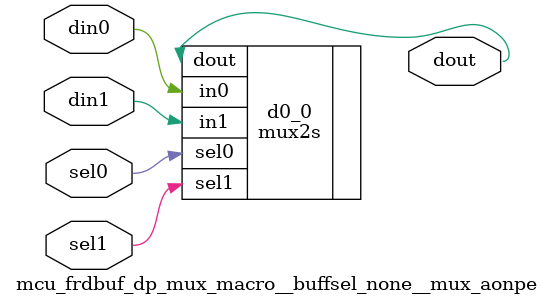
<source format=v>
module mcu_frdbuf_dp (
  frdbuf_data, 
  frdbuf_elect_idle_sync, 
  frdbuf_frame_lock, 
  frdbuf_testfail_sync, 
  fsr_data, 
  fsr_stsrx_sync, 
  fsr_stsrx_losdtct, 
  fsr_stsrx_testfail, 
  fdout_rptr, 
  fdout_frame_lock, 
  fbdic_enable_sync_count, 
  rxbclk, 
  drl2clk, 
  tcu_pce_ov, 
  tcu_aclk, 
  tcu_bclk, 
  tcu_scan_en, 
  tcu_mcu_fbd_clk_stop, 
  tcu_mcu_testmode, 
  tcu_atpg_mode, 
  scan_in, 
  scan_out);
wire pce_ov;
wire stop;
wire siclk;
wire soclk;
wire se;
wire fbd_siclk;
wire fbd_soclk;
wire fbd_se;
wire ff_clk_stop_sync_scanin;
wire ff_clk_stop_sync_scanout;
wire clk_stop_d1;
wire tcu_pce_ov_d1;
wire rxbclk_stop;
wire fbd_pce_ov;
wire rxbclk_stop_l;
wire rxbclk_stop_atpg;
wire rxb_l1clk;
wire rxb_siclk;
wire rxb_soclk;
wire alat10_so;
wire alat11_so;
wire [11:0] latout;
wire alat9_so;
wire alat8_so;
wire alat7_so;
wire alat6_so;
wire alat5_so;
wire alat4_so;
wire alat3_so;
wire alat2_so;
wire alat1_so;
wire alat0_so;
wire alat0_si;
wire [11:0] latout_buf;
wire [3:0] frdbuf_cnt;
wire fsr_stsrx_sync_lat;
wire [3:0] frdbuf_cnt_next;
wire frdbuf_cnt_cout_unused;
wire fsr_stsrx_losdtct_sync_l;
wire frdbuf_enable_sync_count;
wire [3:0] frdbuf_cnt_in;
wire fbd_siclk_out;
wire fbd_soclk_out;
wire l1clk_cnt;
wire [10:0] sout;
wire ff_cnt_scanout;
wire frdbuf_frame_lock_in;
wire [1:0] frdbuf_wptr_in;
wire [1:0] frdbuf_wptr;
wire fsr_stsrx_losdtct_d1;
wire fsr_stsrx_losdtct_sync;
wire frdbuf_enable_sync_count_in;
wire ff_cnt_scanin;
wire t2;
wire frdbuf_frame_lock_l;
wire [1:0] frdbuf_wptr_l;
wire frdbuf_buffer0_en;
wire ff_buffer0_scanin;
wire ff_buffer0_scanout;
wire [11:0] frdbuf_buffer0;
wire frdbuf_buffer1_en;
wire ff_buffer1_scanin;
wire ff_buffer1_scanout;
wire [11:0] frdbuf_buffer1;
wire frdbuf_buffer2_en;
wire ff_buffer2_scanin;
wire ff_buffer2_scanout;
wire [11:0] frdbuf_buffer2;
wire frdbuf_buffer3_en;
wire ff_buffer3_scanin;
wire ff_buffer3_scanout;
wire [11:0] frdbuf_buffer3;
wire ff_sync_scanin;
wire ff_sync_scanout;
wire frdbuf_testfail_d1;
wire frdbuf_elect_idle_d1;
wire [1:0] fdout_rptr_l;
wire sl0;
wire sl1;
wire sl2;
wire sl3;
wire ff_data_sync_scanin;
wire ff_data_sync_scanout;
wire tcu_mcu_testmode_l;
wire m_scan_mux_scanout;


output [11:0]	frdbuf_data;
output		frdbuf_elect_idle_sync;
output		frdbuf_frame_lock;
output		frdbuf_testfail_sync;

input [11:0]	fsr_data;
input 		fsr_stsrx_sync;
input		fsr_stsrx_losdtct;
input		fsr_stsrx_testfail;
input	[1:0]	fdout_rptr;
input		fdout_frame_lock;
input		fbdic_enable_sync_count;

input		rxbclk;
input		drl2clk;

input		tcu_pce_ov;
input           tcu_aclk;
input           tcu_bclk;
input		tcu_scan_en;
input		tcu_mcu_fbd_clk_stop;
input		tcu_mcu_testmode;
input		tcu_atpg_mode;

input 		scan_in;
output		scan_out;

assign pce_ov = tcu_pce_ov;
assign stop = 1'b0;
assign siclk = tcu_aclk;
assign soclk = tcu_bclk;
assign se = tcu_scan_en;

// 
mcu_frdbuf_dp_and_macro m_fbd_siclk (
	.din0(tcu_aclk),
	.din1(tcu_mcu_testmode),
	.dout(fbd_siclk));

mcu_frdbuf_dp_and_macro m_fbd_soclk (
	.din0(tcu_bclk),
	.din1(tcu_mcu_testmode),
	.dout(fbd_soclk));

mcu_frdbuf_dp_and_macro m_fbd_se (
	.din0(tcu_scan_en),
	.din1(tcu_mcu_testmode),
	.dout(fbd_se));

assign ff_clk_stop_sync_scanin = 1'b0;
mcu_frdbuf_dp_msff_macro__stack_11r__width_4 ff_clk_stop_sync  (
	.scan_in(ff_clk_stop_sync_scanin),
	.scan_out(ff_clk_stop_sync_scanout),
	.din({tcu_mcu_fbd_clk_stop, clk_stop_d1, tcu_pce_ov, tcu_pce_ov_d1}),
	.dout({clk_stop_d1, rxbclk_stop, tcu_pce_ov_d1, fbd_pce_ov}),
	.en(1'b1),
	.se(1'b0),
	.siclk(1'b0),
	.soclk(1'b0),
	.pce_ov(1'b0),
	.clk(rxbclk),
  .stop(stop));

// want to turn off clk_stop in atpg_mode 
mcu_frdbuf_dp_inv_macro m_inv_rxbclk_stop (
	.din(rxbclk_stop),
	.dout(rxbclk_stop_l));

mcu_frdbuf_dp_nor_macro m_rxbclk_stop_atpg (
	.din0(rxbclk_stop_l),
	.din1(tcu_atpg_mode),
	.dout(rxbclk_stop_atpg));

////////////////////////////
// SERDES Clock Domain
////////////////////////////

cl_dp1_l1hdr_8x alat_hdr (
	.l2clk(rxbclk),
	.pce(1'b1),
	.aclk(fbd_siclk),
	.bclk(fbd_soclk),
	.l1clk(rxb_l1clk),
	.se(fbd_se),
	.pce_ov(fbd_pce_ov),
	.stop(rxbclk_stop_atpg),
	.siclk_out(rxb_siclk),
	.soclk_out(rxb_soclk));

cl_dp1_alatch_4x alat11 (
	.si(alat10_so),
	.so(alat11_so),
	.q(latout[11]), 
        .d(fsr_data[11]), 
	.se(fbd_se),
	.siclk(rxb_siclk),
	.soclk(rxb_soclk),
        .l1clk(rxb_l1clk));

cl_dp1_alatch_4x alat10 (
	.si(alat9_so),
	.so(alat10_so),
	.q(latout[10]), 
        .d(fsr_data[10]), 
	.se(fbd_se),
	.siclk(rxb_siclk),
	.soclk(rxb_soclk),
        .l1clk(rxb_l1clk));

cl_dp1_alatch_4x alat9 (
	.si(alat8_so),
	.so(alat9_so),
	.q(latout[9]), 
        .d(fsr_data[9]), 
	.se(fbd_se),
	.siclk(rxb_siclk),
	.soclk(rxb_soclk),
        .l1clk(rxb_l1clk));

cl_dp1_alatch_4x alat8 (
	.si(alat7_so),
	.so(alat8_so),
	.q(latout[8]), 
        .d(fsr_data[8]), 
	.se(fbd_se),
	.siclk(rxb_siclk),
	.soclk(rxb_soclk),
        .l1clk(rxb_l1clk));

cl_dp1_alatch_4x alat7 (
	.si(alat6_so),
	.so(alat7_so),
	.q(latout[7]), 
        .d(fsr_data[7]), 
	.se(fbd_se),
	.siclk(rxb_siclk),
	.soclk(rxb_soclk),
        .l1clk(rxb_l1clk));

cl_dp1_alatch_4x alat6 (
	.si(alat5_so),
	.so(alat6_so),
	.q(latout[6]), 
        .d(fsr_data[6]), 
	.se(fbd_se),
	.siclk(rxb_siclk),
	.soclk(rxb_soclk),
        .l1clk(rxb_l1clk));

cl_dp1_alatch_4x alat5 (
	.si(alat4_so),
	.so(alat5_so),
	.q(latout[5]), 
        .d(fsr_data[5]), 
	.se(fbd_se),
	.siclk(rxb_siclk),
	.soclk(rxb_soclk),
        .l1clk(rxb_l1clk));

cl_dp1_alatch_4x alat4 (
	.si(alat3_so),
	.so(alat4_so),
	.q(latout[4]), 
        .d(fsr_data[4]), 
	.se(fbd_se),
	.siclk(rxb_siclk),
	.soclk(rxb_soclk),
        .l1clk(rxb_l1clk));

cl_dp1_alatch_4x alat3 (
	.si(alat2_so),
	.so(alat3_so),
	.q(latout[3]), 
        .d(fsr_data[3]), 
	.se(fbd_se),
	.siclk(rxb_siclk),
	.soclk(rxb_soclk),
        .l1clk(rxb_l1clk));

cl_dp1_alatch_4x alat2 (
	.si(alat1_so),
	.so(alat2_so),
	.q(latout[2]), 
        .d(fsr_data[2]), 
	.se(fbd_se),
	.siclk(rxb_siclk),
	.soclk(rxb_soclk),
        .l1clk(rxb_l1clk));

cl_dp1_alatch_4x alat1 (
	.si(alat0_so),
	.so(alat1_so),
	.q(latout[1]), 
        .d(fsr_data[1]), 
	.se(fbd_se),
	.siclk(rxb_siclk),
	.soclk(rxb_soclk),
        .l1clk(rxb_l1clk));

cl_dp1_alatch_4x alat0 (
	.si(alat0_si),
	.so(alat0_so),
	.q(latout[0]), 
        .d(fsr_data[0]), 
	.se(fbd_se),
	.siclk(rxb_siclk),
	.soclk(rxb_soclk),
        .l1clk(rxb_l1clk));

mcu_frdbuf_dp_buff_macro__minbuff_1__stack_12r__width_12 m_alat_buf    (
	.din(latout[11:0]),
	.dout(latout_buf[11:0]));

// Count 4 frame sync signals from SERDES before determining frame lock
// Reset on electrical idle

mcu_frdbuf_dp_increment_macro__width_4 m_frdbuf_cnt_inc    ( 
	.din ( frdbuf_cnt[3:0] ), 
	.cin ( fsr_stsrx_sync_lat ), 
	.dout ( frdbuf_cnt_next[3:0] ), 
	.cout ( frdbuf_cnt_cout_unused ) );

mcu_frdbuf_dp_and_macro__ports_3__width_4 m_frdbuf_cnt_clr  (
	.din0(frdbuf_cnt_next[3:0]),
	.din1({4{fsr_stsrx_losdtct_sync_l}}),
	.din2({4{frdbuf_enable_sync_count}}),
	.dout(frdbuf_cnt_in[3:0]));

// ff_cnt[11:0]
cl_dp1_l1hdr_8x ff_cnt_hdr (
  	.l2clk(rxbclk),
  	.pce(1'b1),
  	.aclk(fbd_siclk),
  	.bclk(fbd_soclk),
  	.siclk_out(fbd_siclk_out),
  	.soclk_out(fbd_soclk_out),
  	.l1clk(l1clk_cnt),
  	.se(fbd_se),
  	.pce_ov(fbd_pce_ov),
  	.stop(rxbclk_stop_atpg));

cl_dp1_alatch_4x ff_cnt_d11 (
	.si(sout[10]),
	.so(ff_cnt_scanout),
	.q(fsr_stsrx_sync_lat), 
        .d(fsr_stsrx_sync), 
	.se(fbd_se),
	.siclk(fbd_siclk_out),
	.soclk(fbd_soclk_out),
        .l1clk(l1clk_cnt));

cl_dp1_msff_4x ff_cnt_d10 (
	.l1clk(l1clk_cnt),
	.d(frdbuf_frame_lock_in),
	.siclk(fbd_siclk_out),
	.soclk(fbd_soclk_out),
	.si(sout[9]),
	.so(sout[10]),
	.q(frdbuf_frame_lock));

cl_dp1_msff_4x ff_cnt_d9 (
	.l1clk(l1clk_cnt),
	.d(frdbuf_wptr_in[1]),
	.siclk(fbd_siclk_out),
	.soclk(fbd_soclk_out),
	.si(sout[8]),
	.so(sout[9]),
	.q(frdbuf_wptr[1]));

cl_dp1_msff_4x ff_cnt_d8 (
	.l1clk(l1clk_cnt),
	.d(frdbuf_wptr_in[0]),
	.siclk(fbd_siclk_out),
	.soclk(fbd_soclk_out),
	.si(sout[7]),
	.so(sout[8]),
	.q(frdbuf_wptr[0]));

cl_dp1_msff_4x ff_cnt_d7 (
	.l1clk(l1clk_cnt),
	.d(frdbuf_cnt_in[3]),
	.siclk(fbd_siclk_out),
	.soclk(fbd_soclk_out),
	.si(sout[6]),
	.so(sout[7]),
	.q(frdbuf_cnt[3]));

cl_dp1_msff_4x ff_cnt_d6 (
	.l1clk(l1clk_cnt),
	.d(frdbuf_cnt_in[2]),
	.siclk(fbd_siclk_out),
	.soclk(fbd_soclk_out),
	.si(sout[5]),
	.so(sout[6]),
	.q(frdbuf_cnt[2]));

cl_dp1_msff_4x ff_cnt_d5 (
	.l1clk(l1clk_cnt),
	.d(frdbuf_cnt_in[1]),
	.siclk(fbd_siclk_out),
	.soclk(fbd_soclk_out),
	.si(sout[4]),
	.so(sout[5]),
	.q(frdbuf_cnt[1]));

cl_dp1_msff_4x ff_cnt_d4 (
	.l1clk(l1clk_cnt),
	.d(frdbuf_cnt_in[0]),
	.siclk(fbd_siclk_out),
	.soclk(fbd_soclk_out),
	.si(sout[3]),
	.so(sout[4]),
	.q(frdbuf_cnt[0]));

cl_dp1_msff_4x ff_cnt_d3 (
	.l1clk(l1clk_cnt),
	.d(fsr_stsrx_losdtct),
	.siclk(fbd_siclk_out),
	.soclk(fbd_soclk_out),
	.si(sout[2]),
	.so(sout[3]),
	.q(fsr_stsrx_losdtct_d1));

cl_dp1_msff_4x ff_cnt_d2 (
	.l1clk(l1clk_cnt),
	.d(fsr_stsrx_losdtct_d1),
	.siclk(fbd_siclk_out),
	.soclk(fbd_soclk_out),
	.si(sout[1]),
	.so(sout[2]),
	.q(fsr_stsrx_losdtct_sync));

cl_dp1_msff_4x ff_cnt_d1 (
	.l1clk(l1clk_cnt),
	.d(fbdic_enable_sync_count),
	.siclk(fbd_siclk_out),
	.soclk(fbd_soclk_out),
	.si(sout[0]),
	.so(sout[1]),
	.q(frdbuf_enable_sync_count_in));

cl_dp1_msff_4x ff_cnt_d0 (
	.l1clk(l1clk_cnt),
	.d(frdbuf_enable_sync_count_in),
	.siclk(fbd_siclk_out),
	.soclk(fbd_soclk_out),
	.si(ff_cnt_scanin),
	.so(sout[0]),
	.q(frdbuf_enable_sync_count));

////csret 11/12/2004
//assign frdbuf_frame_lock_in = ~fsr_fbd_elect_idle & (frdbuf_cnt[2] | frdbuf_frame_lock);

mcu_frdbuf_dp_or_macro__ports_2__width_1 m_or_0_0        ( 
	.din0 ( frdbuf_cnt[2] ), 
	.din1 ( frdbuf_frame_lock ), 
	.dout ( t2 ) );

mcu_frdbuf_dp_inv_macro__width_1 m_fsr_fbd_elect_idle_not    ( 
	.din ( fsr_stsrx_losdtct_sync ), 
	.dout ( fsr_stsrx_losdtct_sync_l ) );

mcu_frdbuf_dp_and_macro__ports_2__width_1 m_frdbuf_frame_lock_in        ( 
	.din0 ( fsr_stsrx_losdtct_sync_l ), 
	.din1 ( t2 ), 
	.dout ( frdbuf_frame_lock_in ) );

mcu_frdbuf_dp_inv_macro__width_1 m_frdbuf_frame_lock_inv     ( 
	.din ( frdbuf_frame_lock ), 
	.dout ( frdbuf_frame_lock_l ) );

////csret 11/12/2004
// write pointer for asynchronous buffer, enabled by frame lock in SERDES clock domain
//assign frdbuf_wptr_in[1:0] = {2{frdbuf_frame_lock}} & {frdbuf_wptr[0],~frdbuf_wptr[1]};

mcu_frdbuf_dp_inv_macro__width_2 m_frdbuf_wptr_inv     ( 
	.din ( frdbuf_wptr[1:0] ), 
	.dout ( frdbuf_wptr_l[1:0] ) );

mcu_frdbuf_dp_and_macro__width_2 m_frdbuf_wptr_in  (
	.din0({frdbuf_wptr[0],frdbuf_wptr_l[1]}),
	.din1({2{frdbuf_frame_lock}}),
	.dout(frdbuf_wptr_in[1:0]));

////csret 11/12/2004
// Four deep buffer for asynchronous clock domain crossing 
//assign frdbuf_buffer0_en = frdbuf_frame_lock & ~frdbuf_wptr[1] & ~frdbuf_wptr[0];
mcu_frdbuf_dp_nor_macro__ports_3__width_1 m_frdbuf_buffer0_en        (  
	.din0 ( frdbuf_wptr[0] ),  
	.din1 ( frdbuf_wptr[1] ),  
	.din2 ( frdbuf_frame_lock_l ),  
	.dout ( frdbuf_buffer0_en ) );

mcu_frdbuf_dp_msff_macro__stack_12r__width_12 ff_buffer0   (
	.scan_in(ff_buffer0_scanin),
	.scan_out(ff_buffer0_scanout),
	.din(latout_buf[11:0]),
	.dout(frdbuf_buffer0[11:0]),
	.en(frdbuf_buffer0_en),
	.se(fbd_se),
	.siclk(fbd_siclk),
	.soclk(fbd_soclk),
	.stop(rxbclk_stop_atpg),
	.pce_ov(fbd_pce_ov),
	.clk(rxbclk));

////csret 11/12/2004
//assign frdbuf_buffer1_en = frdbuf_frame_lock & ~frdbuf_wptr[1] & frdbuf_wptr[0];
mcu_frdbuf_dp_nor_macro__ports_3__width_1 m_frdbuf_buffer1_en        ( 
	.din0 ( frdbuf_wptr[1] ), 
	.din1 ( frdbuf_wptr_l[0] ), 
	.din2 ( frdbuf_frame_lock_l ), 
	.dout ( frdbuf_buffer1_en ) );

mcu_frdbuf_dp_msff_macro__stack_12r__width_12 ff_buffer1   (
	.scan_in(ff_buffer1_scanin),
	.scan_out(ff_buffer1_scanout),
	.din(latout_buf[11:0]),
	.dout(frdbuf_buffer1[11:0]),
	.en(frdbuf_buffer1_en),
	.se(fbd_se),
	.siclk(fbd_siclk),
	.soclk(fbd_soclk),
	.stop(rxbclk_stop_atpg),
	.pce_ov(fbd_pce_ov),
	.clk(rxbclk));

////csret 11/12/2004
//assign frdbuf_buffer2_en = frdbuf_frame_lock & frdbuf_wptr[1] & ~frdbuf_wptr[0];
mcu_frdbuf_dp_nor_macro__ports_3__width_1 m_frdbuf_buffer2_en        ( 
	.din0 ( frdbuf_wptr[0] ), 
	.din1 ( frdbuf_wptr_l[1] ), 
	.din2 ( frdbuf_frame_lock_l ), 
	.dout ( frdbuf_buffer2_en ) );

mcu_frdbuf_dp_msff_macro__stack_12r__width_12 ff_buffer2   (
	.scan_in(ff_buffer2_scanin),
	.scan_out(ff_buffer2_scanout),
	.din(latout_buf[11:0]),
	.dout(frdbuf_buffer2[11:0]),
	.en(frdbuf_buffer2_en),
	.se(fbd_se),
	.siclk(fbd_siclk),
	.soclk(fbd_soclk),
	.stop(rxbclk_stop_atpg),
	.pce_ov(fbd_pce_ov),
	.clk(rxbclk));

////csret 11/12/2004
//assign frdbuf_buffer3_en = frdbuf_frame_lock & frdbuf_wptr[1] & frdbuf_wptr[0];
mcu_frdbuf_dp_nor_macro__ports_3__width_1 m_frdbuf_buffer3_en        ( 
	.din0 ( frdbuf_wptr_l[0] ), 
	.din1 ( frdbuf_wptr_l[1] ), 
	.din2 ( frdbuf_frame_lock_l ), 
	.dout ( frdbuf_buffer3_en ) );

mcu_frdbuf_dp_msff_macro__stack_12r__width_12 ff_buffer3   (
	.scan_in(ff_buffer3_scanin),
	.scan_out(ff_buffer3_scanout),
	.din(latout_buf[11:0]),
	.dout(frdbuf_buffer3[11:0]),
	.en(frdbuf_buffer3_en),
	.se(fbd_se),
	.siclk(fbd_siclk),
	.soclk(fbd_soclk),
	.stop(rxbclk_stop_atpg),
	.pce_ov(fbd_pce_ov),
	.clk(rxbclk));

////////////////////////////
// MCU Clock Domain
////////////////////////////

// Synchronize electrical idle and frame lock signals for MCU
mcu_frdbuf_dp_msff_macro__stack_12r__width_4 ff_sync   (
	.scan_in(ff_sync_scanin),
	.scan_out(ff_sync_scanout),
	.din({fsr_stsrx_testfail,frdbuf_testfail_d1,fsr_stsrx_losdtct,frdbuf_elect_idle_d1}),
	.dout({frdbuf_testfail_d1,frdbuf_testfail_sync,frdbuf_elect_idle_d1,frdbuf_elect_idle_sync}),
	.en(1'b1),
	.clk(drl2clk),
  .se(se),
  .siclk(siclk),
  .soclk(soclk),
  .pce_ov(pce_ov),
  .stop(stop));

mcu_frdbuf_dp_inv_macro__width_2 m_frdbuf_rptr_inv     ( 
	.din ( fdout_rptr[1:0] ), 
	.dout ( fdout_rptr_l[1:0] ) );

// Selection of async buffer output

mcu_frdbuf_dp_nor_macro__ports_2__width_1 m_sl0         ( 
	.dout ( sl0 ), 
	.din0 ( fdout_rptr[0] ), 
	.din1 ( fdout_rptr[1] ) );

mcu_frdbuf_dp_nor_macro__ports_2__width_1 m_sl1         ( 
	.dout ( sl1 ), 
	.din0 ( fdout_rptr_l[0] ),   
	.din1 ( fdout_rptr[1] ) );

mcu_frdbuf_dp_nor_macro__ports_2__width_1 m_sl2         ( 
	.dout ( sl2 ), 
	.din0 ( fdout_rptr[0] ), 
	.din1 ( fdout_rptr_l[1] ) );

mcu_frdbuf_dp_nor_macro__ports_2__width_1 m_sl3         ( 
	.dout ( sl3 ), 
	.din0 ( fdout_rptr_l[0] ),   
	.din1 ( fdout_rptr_l[1] ) );

mcu_frdbuf_dp_msff_macro__mux_aonpe__ports_4__stack_12r__width_12 ff_data_sync         (
	.scan_in(ff_data_sync_scanin),
	.scan_out(ff_data_sync_scanout),
	.din0 ( frdbuf_buffer0[11:0] ), 
	.din1 ( frdbuf_buffer1[11:0] ), 
	.din2 ( frdbuf_buffer2[11:0] ), 
	.din3 ( frdbuf_buffer3[11:0] ), 
	.dout ( frdbuf_data[11:0] ),
	.sel0 ( sl0 ), 
	.sel1 ( sl1 ), 
	.sel2 ( sl2 ), 
	.sel3 ( sl3 ),
	.en   (fdout_frame_lock),
	.clk  (drl2clk),
  .se(se),
  .siclk(siclk),
  .soclk(soclk),
  .pce_ov(pce_ov),
  .stop(stop));

mcu_frdbuf_dp_inv_macro m_inv_testmode (
	.din(tcu_mcu_testmode),
	.dout(tcu_mcu_testmode_l));

mcu_frdbuf_dp_mux_macro__buffsel_none__mux_aonpe m_scan_mux   (
	.din0(ff_buffer3_scanout),
	.din1(scan_in),
	.sel0(tcu_mcu_testmode),
	.sel1(tcu_mcu_testmode_l),
	.dout(m_scan_mux_scanout));

assign alat0_si                  = scan_in                  ;
assign ff_cnt_scanin             = alat11_so                ;
assign ff_buffer0_scanin         = ff_cnt_scanout           ;
assign ff_buffer1_scanin         = ff_buffer0_scanout       ;
assign ff_buffer2_scanin         = ff_buffer1_scanout       ;
assign ff_buffer3_scanin         = ff_buffer2_scanout       ;
assign ff_sync_scanin            = m_scan_mux_scanout       ;
assign ff_data_sync_scanin       = ff_sync_scanout          ;
assign scan_out                  = ff_data_sync_scanout     ;

endmodule


//  
//   and macro for ports = 2,3,4
//
//





module mcu_frdbuf_dp_and_macro (
  din0, 
  din1, 
  dout);
  input [0:0] din0;
  input [0:0] din1;
  output [0:0] dout;






and2 #(1)  d0_0 (
.in0(din0[0:0]),
.in1(din1[0:0]),
.out(dout[0:0])
);









endmodule









// any PARAMS parms go into naming of macro

module mcu_frdbuf_dp_msff_macro__stack_11r__width_4 (
  din, 
  clk, 
  en, 
  se, 
  scan_in, 
  siclk, 
  soclk, 
  pce_ov, 
  stop, 
  dout, 
  scan_out);
wire l1clk;
wire siclk_out;
wire soclk_out;
wire [2:0] so;

  input [3:0] din;


  input clk;
  input en;
  input se;
  input scan_in;
  input siclk;
  input soclk;
  input pce_ov;
  input stop;



  output [3:0] dout;


  output scan_out;




cl_dp1_l1hdr_8x c0_0 (
.l2clk(clk),
.pce(en),
.aclk(siclk),
.bclk(soclk),
.l1clk(l1clk),
  .se(se),
  .pce_ov(pce_ov),
  .stop(stop),
  .siclk_out(siclk_out),
  .soclk_out(soclk_out)
);
dff #(4)  d0_0 (
.l1clk(l1clk),
.siclk(siclk_out),
.soclk(soclk_out),
.d(din[3:0]),
.si({scan_in,so[2:0]}),
.so({so[2:0],scan_out}),
.q(dout[3:0])
);




















endmodule









//
//   invert macro
//
//





module mcu_frdbuf_dp_inv_macro (
  din, 
  dout);
  input [0:0] din;
  output [0:0] dout;






inv #(1)  d0_0 (
.in(din[0:0]),
.out(dout[0:0])
);









endmodule





//
//   nor macro for ports = 2,3
//
//





module mcu_frdbuf_dp_nor_macro (
  din0, 
  din1, 
  dout);
  input [0:0] din0;
  input [0:0] din1;
  output [0:0] dout;






nor2 #(1)  d0_0 (
.in0(din0[0:0]),
.in1(din1[0:0]),
.out(dout[0:0])
);







endmodule





//
//   buff macro
//
//





module mcu_frdbuf_dp_buff_macro__minbuff_1__stack_12r__width_12 (
  din, 
  dout);
  input [11:0] din;
  output [11:0] dout;






buff #(12)  d0_0 (
.in(din[11:0]),
.out(dout[11:0])
);








endmodule





//
//   increment macro 
//
//





module mcu_frdbuf_dp_increment_macro__width_4 (
  din, 
  cin, 
  dout, 
  cout);
  input [3:0] din;
  input cin;
  output [3:0] dout;
  output cout;






incr #(4)  m0_0 (
.cin(cin),
.in(din[3:0]),
.out(dout[3:0]),
.cout(cout)
);











endmodule





//  
//   and macro for ports = 2,3,4
//
//





module mcu_frdbuf_dp_and_macro__ports_3__width_4 (
  din0, 
  din1, 
  din2, 
  dout);
  input [3:0] din0;
  input [3:0] din1;
  input [3:0] din2;
  output [3:0] dout;






and3 #(4)  d0_0 (
.in0(din0[3:0]),
.in1(din1[3:0]),
.in2(din2[3:0]),
.out(dout[3:0])
);









endmodule





//  
//   or macro for ports = 2,3
//
//





module mcu_frdbuf_dp_or_macro__ports_2__width_1 (
  din0, 
  din1, 
  dout);
  input [0:0] din0;
  input [0:0] din1;
  output [0:0] dout;






or2 #(1)  d0_0 (
.in0(din0[0:0]),
.in1(din1[0:0]),
.out(dout[0:0])
);









endmodule





//
//   invert macro
//
//





module mcu_frdbuf_dp_inv_macro__width_1 (
  din, 
  dout);
  input [0:0] din;
  output [0:0] dout;






inv #(1)  d0_0 (
.in(din[0:0]),
.out(dout[0:0])
);









endmodule





//  
//   and macro for ports = 2,3,4
//
//





module mcu_frdbuf_dp_and_macro__ports_2__width_1 (
  din0, 
  din1, 
  dout);
  input [0:0] din0;
  input [0:0] din1;
  output [0:0] dout;






and2 #(1)  d0_0 (
.in0(din0[0:0]),
.in1(din1[0:0]),
.out(dout[0:0])
);









endmodule





//
//   invert macro
//
//





module mcu_frdbuf_dp_inv_macro__width_2 (
  din, 
  dout);
  input [1:0] din;
  output [1:0] dout;






inv #(2)  d0_0 (
.in(din[1:0]),
.out(dout[1:0])
);









endmodule





//  
//   and macro for ports = 2,3,4
//
//





module mcu_frdbuf_dp_and_macro__width_2 (
  din0, 
  din1, 
  dout);
  input [1:0] din0;
  input [1:0] din1;
  output [1:0] dout;






and2 #(2)  d0_0 (
.in0(din0[1:0]),
.in1(din1[1:0]),
.out(dout[1:0])
);









endmodule





//
//   nor macro for ports = 2,3
//
//





module mcu_frdbuf_dp_nor_macro__ports_3__width_1 (
  din0, 
  din1, 
  din2, 
  dout);
  input [0:0] din0;
  input [0:0] din1;
  input [0:0] din2;
  output [0:0] dout;






nor3 #(1)  d0_0 (
.in0(din0[0:0]),
.in1(din1[0:0]),
.in2(din2[0:0]),
.out(dout[0:0])
);







endmodule









// any PARAMS parms go into naming of macro

module mcu_frdbuf_dp_msff_macro__stack_12r__width_12 (
  din, 
  clk, 
  en, 
  se, 
  scan_in, 
  siclk, 
  soclk, 
  pce_ov, 
  stop, 
  dout, 
  scan_out);
wire l1clk;
wire siclk_out;
wire soclk_out;
wire [10:0] so;

  input [11:0] din;


  input clk;
  input en;
  input se;
  input scan_in;
  input siclk;
  input soclk;
  input pce_ov;
  input stop;



  output [11:0] dout;


  output scan_out;




cl_dp1_l1hdr_8x c0_0 (
.l2clk(clk),
.pce(en),
.aclk(siclk),
.bclk(soclk),
.l1clk(l1clk),
  .se(se),
  .pce_ov(pce_ov),
  .stop(stop),
  .siclk_out(siclk_out),
  .soclk_out(soclk_out)
);
dff #(12)  d0_0 (
.l1clk(l1clk),
.siclk(siclk_out),
.soclk(soclk_out),
.d(din[11:0]),
.si({scan_in,so[10:0]}),
.so({so[10:0],scan_out}),
.q(dout[11:0])
);




















endmodule













// any PARAMS parms go into naming of macro

module mcu_frdbuf_dp_msff_macro__stack_12r__width_4 (
  din, 
  clk, 
  en, 
  se, 
  scan_in, 
  siclk, 
  soclk, 
  pce_ov, 
  stop, 
  dout, 
  scan_out);
wire l1clk;
wire siclk_out;
wire soclk_out;
wire [2:0] so;

  input [3:0] din;


  input clk;
  input en;
  input se;
  input scan_in;
  input siclk;
  input soclk;
  input pce_ov;
  input stop;



  output [3:0] dout;


  output scan_out;




cl_dp1_l1hdr_8x c0_0 (
.l2clk(clk),
.pce(en),
.aclk(siclk),
.bclk(soclk),
.l1clk(l1clk),
  .se(se),
  .pce_ov(pce_ov),
  .stop(stop),
  .siclk_out(siclk_out),
  .soclk_out(soclk_out)
);
dff #(4)  d0_0 (
.l1clk(l1clk),
.siclk(siclk_out),
.soclk(soclk_out),
.d(din[3:0]),
.si({scan_in,so[2:0]}),
.so({so[2:0],scan_out}),
.q(dout[3:0])
);




















endmodule









//
//   nor macro for ports = 2,3
//
//





module mcu_frdbuf_dp_nor_macro__ports_2__width_1 (
  din0, 
  din1, 
  dout);
  input [0:0] din0;
  input [0:0] din1;
  output [0:0] dout;






nor2 #(1)  d0_0 (
.in0(din0[0:0]),
.in1(din1[0:0]),
.out(dout[0:0])
);







endmodule









// any PARAMS parms go into naming of macro

module mcu_frdbuf_dp_msff_macro__mux_aonpe__ports_4__stack_12r__width_12 (
  din0, 
  sel0, 
  din1, 
  sel1, 
  din2, 
  sel2, 
  din3, 
  sel3, 
  clk, 
  en, 
  se, 
  scan_in, 
  siclk, 
  soclk, 
  pce_ov, 
  stop, 
  dout, 
  scan_out);
wire buffout0;
wire buffout1;
wire buffout2;
wire buffout3;
wire [11:0] muxout;
wire l1clk;
wire siclk_out;
wire soclk_out;
wire [10:0] so;

  input [11:0] din0;
  input sel0;
  input [11:0] din1;
  input sel1;
  input [11:0] din2;
  input sel2;
  input [11:0] din3;
  input sel3;


  input clk;
  input en;
  input se;
  input scan_in;
  input siclk;
  input soclk;
  input pce_ov;
  input stop;



  output [11:0] dout;


  output scan_out;




cl_dp1_muxbuff4_8x  c1_0 (
 .in0(sel0),
 .in1(sel1),
 .in2(sel2),
 .in3(sel3),
 .out0(buffout0),
 .out1(buffout1),
 .out2(buffout2),
 .out3(buffout3)
);
mux4s #(12)  d1_0 (
  .sel0(buffout0),
  .sel1(buffout1),
  .sel2(buffout2),
  .sel3(buffout3),
  .in0(din0[11:0]),
  .in1(din1[11:0]),
  .in2(din2[11:0]),
  .in3(din3[11:0]),
.dout(muxout[11:0])
);
cl_dp1_l1hdr_8x c0_0 (
.l2clk(clk),
.pce(en),
.aclk(siclk),
.bclk(soclk),
.l1clk(l1clk),
  .se(se),
  .pce_ov(pce_ov),
  .stop(stop),
  .siclk_out(siclk_out),
  .soclk_out(soclk_out)
);
dff #(12)  d0_0 (
.l1clk(l1clk),
.siclk(siclk_out),
.soclk(soclk_out),
.d(muxout[11:0]),
.si({scan_in,so[10:0]}),
.so({so[10:0],scan_out}),
.q(dout[11:0])
);




















endmodule









// general mux macro for pass-gate and and-or muxes with/wout priority encoders
// also for pass-gate with decoder





// any PARAMS parms go into naming of macro

module mcu_frdbuf_dp_mux_macro__buffsel_none__mux_aonpe (
  din0, 
  sel0, 
  din1, 
  sel1, 
  dout);
  input [0:0] din0;
  input sel0;
  input [0:0] din1;
  input sel1;
  output [0:0] dout;





mux2s #(1)  d0_0 (
  .sel0(sel0),
  .sel1(sel1),
  .in0(din0[0:0]),
  .in1(din1[0:0]),
.dout(dout[0:0])
);









  



endmodule


</source>
